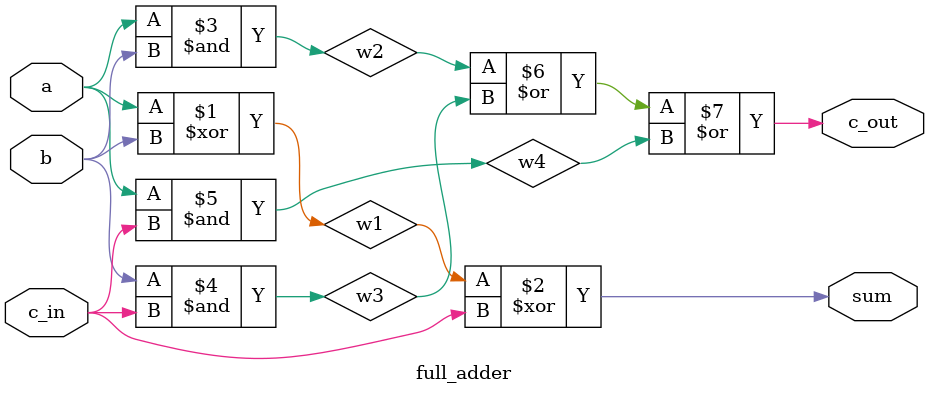
<source format=v>
`timescale 1ns / 1ps
module full_adder (
    input a,       // First input bit
    input b,       // Second input bit
    input c_in,    // Carry-in
    output sum,    // Sum output
    output c_out   // Carry-out
);

// Internal wires
wire w1, w2, w3, w4;

// Sum = a ^ b ^ c_in
xor g1(w1, a, b);
xor g2(sum, w1, c_in);

// Carry-out = (a & b) | (b & c_in) | (a & c_in)
and g3(w2, a, b);
and g4(w3, b, c_in);
and g5(w4, a, c_in);  // w1 reused temporarily
or  g6(c_out, w2, w3, w4);

endmodule
</source>
